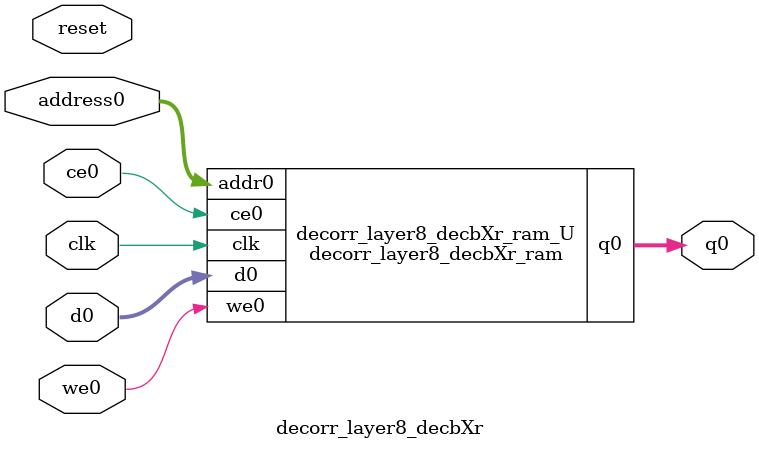
<source format=v>
`timescale 1 ns / 1 ps
module decorr_layer8_decbXr_ram (addr0, ce0, d0, we0, q0,  clk);

parameter DWIDTH = 12;
parameter AWIDTH = 9;
parameter MEM_SIZE = 330;

input[AWIDTH-1:0] addr0;
input ce0;
input[DWIDTH-1:0] d0;
input we0;
output reg[DWIDTH-1:0] q0;
input clk;

(* ram_style = "block" *)reg [DWIDTH-1:0] ram[0:MEM_SIZE-1];




always @(posedge clk)  
begin 
    if (ce0) 
    begin
        if (we0) 
        begin 
            ram[addr0] <= d0; 
        end 
        q0 <= ram[addr0];
    end
end


endmodule

`timescale 1 ns / 1 ps
module decorr_layer8_decbXr(
    reset,
    clk,
    address0,
    ce0,
    we0,
    d0,
    q0);

parameter DataWidth = 32'd12;
parameter AddressRange = 32'd330;
parameter AddressWidth = 32'd9;
input reset;
input clk;
input[AddressWidth - 1:0] address0;
input ce0;
input we0;
input[DataWidth - 1:0] d0;
output[DataWidth - 1:0] q0;



decorr_layer8_decbXr_ram decorr_layer8_decbXr_ram_U(
    .clk( clk ),
    .addr0( address0 ),
    .ce0( ce0 ),
    .we0( we0 ),
    .d0( d0 ),
    .q0( q0 ));

endmodule


</source>
